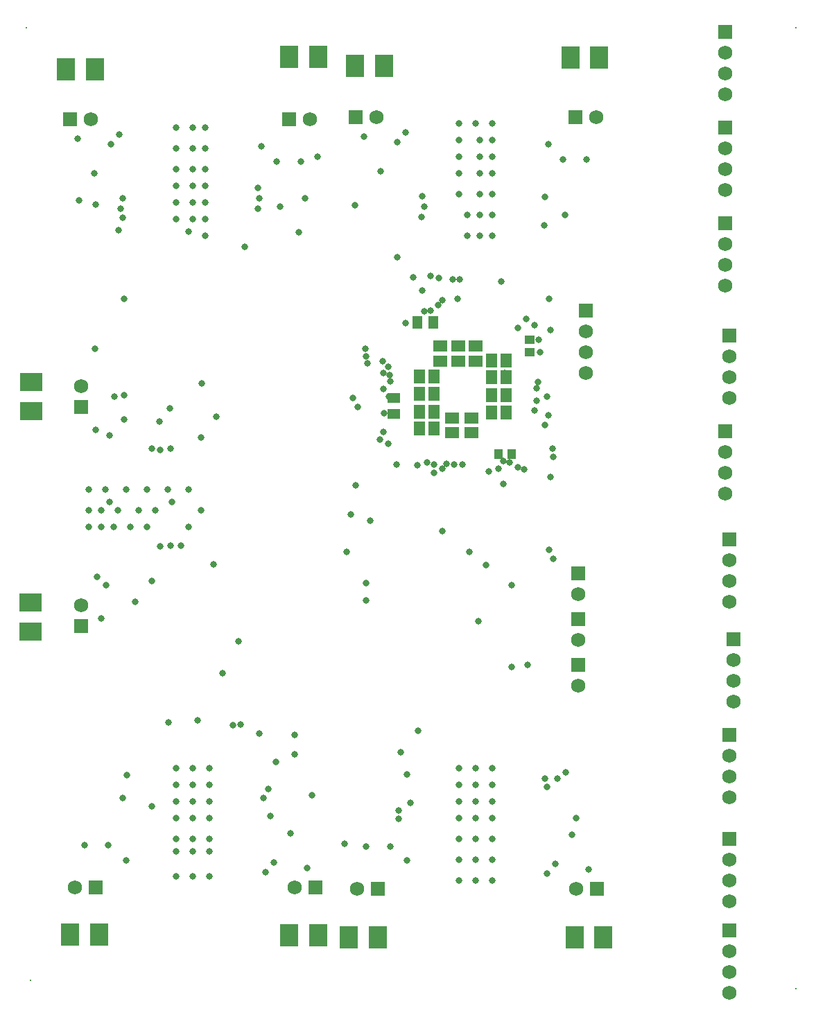
<source format=gbs>
G04 Layer_Color=16711935*
%FSLAX25Y25*%
%MOIN*%
G70*
G01*
G75*
%ADD44R,0.04737X0.04343*%
%ADD49R,0.05328X0.06509*%
%ADD50R,0.04934X0.06312*%
%ADD51R,0.06312X0.04934*%
%ADD52R,0.06509X0.05328*%
%ADD53R,0.04343X0.04737*%
%ADD57R,0.06800X0.06800*%
%ADD58C,0.06800*%
%ADD59R,0.06800X0.06800*%
%ADD60C,0.00800*%
%ADD61C,0.03162*%
%ADD62R,0.10642X0.08674*%
%ADD63R,0.08674X0.10642*%
D44*
X356047Y371740D02*
D03*
Y378039D02*
D03*
D49*
X344634Y342740D02*
D03*
X337547D02*
D03*
X344634Y351240D02*
D03*
X337547D02*
D03*
X344634Y359740D02*
D03*
X337547D02*
D03*
X344634Y367740D02*
D03*
X337547D02*
D03*
X303047Y360240D02*
D03*
X310134D02*
D03*
X303047Y351740D02*
D03*
X310134D02*
D03*
X303047Y343240D02*
D03*
X310134D02*
D03*
X302961Y335240D02*
D03*
X310047D02*
D03*
D50*
X309547Y386240D02*
D03*
X302067D02*
D03*
D51*
X290547Y349740D02*
D03*
Y342260D02*
D03*
D52*
X328047Y333154D02*
D03*
Y340240D02*
D03*
X330047Y374740D02*
D03*
Y367653D02*
D03*
X321547Y374740D02*
D03*
Y367653D02*
D03*
X313047Y374740D02*
D03*
Y367653D02*
D03*
X318547Y333154D02*
D03*
Y340240D02*
D03*
D53*
X341047Y322740D02*
D03*
X347346D02*
D03*
D57*
X452000Y94000D02*
D03*
Y138000D02*
D03*
Y188000D02*
D03*
X454000Y234000D02*
D03*
X452000Y282000D02*
D03*
X450000Y334000D02*
D03*
X452000Y380000D02*
D03*
X450000Y434000D02*
D03*
Y480000D02*
D03*
Y526000D02*
D03*
X379500Y243500D02*
D03*
Y221500D02*
D03*
X383047Y391740D02*
D03*
X140500Y345600D02*
D03*
Y240100D02*
D03*
X379500Y265500D02*
D03*
D58*
X452000Y84000D02*
D03*
Y74000D02*
D03*
Y64000D02*
D03*
Y128000D02*
D03*
Y118000D02*
D03*
Y108000D02*
D03*
Y178000D02*
D03*
Y168000D02*
D03*
Y158000D02*
D03*
X454000Y224000D02*
D03*
Y214000D02*
D03*
Y204000D02*
D03*
X452000Y272000D02*
D03*
Y262000D02*
D03*
Y252000D02*
D03*
X450000Y324000D02*
D03*
Y314000D02*
D03*
Y304000D02*
D03*
X452000Y370000D02*
D03*
Y360000D02*
D03*
Y350000D02*
D03*
X450000Y424000D02*
D03*
Y414000D02*
D03*
Y404000D02*
D03*
Y470000D02*
D03*
Y460000D02*
D03*
Y450000D02*
D03*
Y516000D02*
D03*
Y506000D02*
D03*
Y496000D02*
D03*
X379500Y233500D02*
D03*
Y211500D02*
D03*
X383047Y381740D02*
D03*
Y371740D02*
D03*
Y361740D02*
D03*
X140500Y355600D02*
D03*
Y250100D02*
D03*
X250400Y484000D02*
D03*
X379500Y255500D02*
D03*
X272900Y113850D02*
D03*
X242900Y114500D02*
D03*
X137400D02*
D03*
X378400Y113850D02*
D03*
X282500Y485000D02*
D03*
X388000D02*
D03*
X144900Y484000D02*
D03*
D59*
X240400D02*
D03*
X282900Y113850D02*
D03*
X252900Y114500D02*
D03*
X147400D02*
D03*
X388400Y113850D02*
D03*
X272500Y485000D02*
D03*
X378000D02*
D03*
X134900Y484000D02*
D03*
D60*
X484000Y528000D02*
D03*
Y66000D02*
D03*
X116000Y70000D02*
D03*
X114000Y528000D02*
D03*
D61*
X344000Y362000D02*
D03*
X309906Y317906D02*
D03*
X314000Y316000D02*
D03*
X316095Y318095D02*
D03*
X310000Y314000D02*
D03*
X366000Y312000D02*
D03*
X346500Y318969D02*
D03*
X343500Y319500D02*
D03*
X350500Y316500D02*
D03*
X353500Y315500D02*
D03*
X367500Y321500D02*
D03*
X367000Y325500D02*
D03*
X323802Y317802D02*
D03*
X319833Y317833D02*
D03*
X306546Y318736D02*
D03*
X302000Y317500D02*
D03*
X360500Y377969D02*
D03*
X365000Y341500D02*
D03*
X363500Y337000D02*
D03*
X341000Y316000D02*
D03*
X292000Y318000D02*
D03*
X288000Y328000D02*
D03*
X284000Y330000D02*
D03*
X285633Y333633D02*
D03*
X288000Y365000D02*
D03*
X277500Y370000D02*
D03*
X213500Y192500D02*
D03*
X217000Y193000D02*
D03*
X226000Y188500D02*
D03*
X378500Y148000D02*
D03*
X364500Y121350D02*
D03*
X368500Y125850D02*
D03*
X373500Y170000D02*
D03*
X288596Y361000D02*
D03*
X305500Y391500D02*
D03*
X279500Y291000D02*
D03*
X314000Y286000D02*
D03*
X270000Y294000D02*
D03*
X272500Y308000D02*
D03*
X347500Y260000D02*
D03*
X365500Y277000D02*
D03*
X367500Y272500D02*
D03*
X335000Y269500D02*
D03*
X296500Y386000D02*
D03*
X369500Y167000D02*
D03*
X289000Y358000D02*
D03*
X364500Y163000D02*
D03*
X350500Y383498D02*
D03*
X293000Y147500D02*
D03*
X277500Y252500D02*
D03*
X343500Y308500D02*
D03*
X293000Y151500D02*
D03*
X277500Y261000D02*
D03*
X358500Y343938D02*
D03*
X336500Y314500D02*
D03*
X294000Y179500D02*
D03*
X302500Y190000D02*
D03*
X363500Y167000D02*
D03*
X298600Y155100D02*
D03*
X268000Y276000D02*
D03*
X297000Y169000D02*
D03*
Y127500D02*
D03*
X267000Y135500D02*
D03*
X251500Y159000D02*
D03*
X243000Y188000D02*
D03*
Y178500D02*
D03*
X162500Y168500D02*
D03*
X162000Y127500D02*
D03*
X231500Y149000D02*
D03*
X174500Y262000D02*
D03*
X216000Y233000D02*
D03*
X204000Y270000D02*
D03*
X228000Y157500D02*
D03*
X230500Y162000D02*
D03*
X174500Y153500D02*
D03*
X196500Y195000D02*
D03*
X160500Y157500D02*
D03*
X182500Y194000D02*
D03*
X285634Y354240D02*
D03*
Y361740D02*
D03*
X154000Y332000D02*
D03*
X156500Y350500D02*
D03*
X178000Y338500D02*
D03*
X183000Y345000D02*
D03*
X205500Y341000D02*
D03*
X198000Y331000D02*
D03*
X147500Y334500D02*
D03*
X147000Y373500D02*
D03*
X158500Y430500D02*
D03*
X147500Y443000D02*
D03*
X139500Y445000D02*
D03*
X245000Y429500D02*
D03*
X236000Y442000D02*
D03*
X248000Y446000D02*
D03*
X272000Y442500D02*
D03*
X225500Y451000D02*
D03*
X226000Y446000D02*
D03*
X219000Y422500D02*
D03*
X227000Y471000D02*
D03*
X254000Y466000D02*
D03*
X273500Y345500D02*
D03*
X359500Y348500D02*
D03*
X364500Y350500D02*
D03*
X361000Y371969D02*
D03*
X178500Y278500D02*
D03*
X183500Y279000D02*
D03*
X359500Y354500D02*
D03*
X373000Y438000D02*
D03*
X363000Y433000D02*
D03*
X365000Y472000D02*
D03*
X365500Y397500D02*
D03*
X360000Y357500D02*
D03*
X358500Y385000D02*
D03*
X321500Y397500D02*
D03*
X314000Y397000D02*
D03*
X312000Y394500D02*
D03*
X308500Y392000D02*
D03*
Y408500D02*
D03*
X312500Y407500D02*
D03*
X225500Y441000D02*
D03*
X304500Y401500D02*
D03*
X160500Y436500D02*
D03*
X159500Y441000D02*
D03*
X160500Y446000D02*
D03*
X285500Y367500D02*
D03*
X245900Y463500D02*
D03*
X234400D02*
D03*
X138800Y474500D02*
D03*
X154800Y472000D02*
D03*
X146800Y458000D02*
D03*
X158800Y476500D02*
D03*
X284400Y459000D02*
D03*
X296400Y477500D02*
D03*
X276400Y475500D02*
D03*
X292400Y473000D02*
D03*
X372000Y464500D02*
D03*
X383500D02*
D03*
X376500Y139850D02*
D03*
X384500Y123350D02*
D03*
X288900Y134350D02*
D03*
X277400D02*
D03*
X241000Y140500D02*
D03*
X229000Y122000D02*
D03*
X249000Y124000D02*
D03*
X233000Y126500D02*
D03*
X153400Y135000D02*
D03*
X141900D02*
D03*
X166500Y252000D02*
D03*
X148000Y264000D02*
D03*
X150000Y244000D02*
D03*
X152500Y260000D02*
D03*
X161000Y339600D02*
D03*
Y351100D02*
D03*
X366000Y382469D02*
D03*
X354500Y387968D02*
D03*
X318500Y332968D02*
D03*
X310000Y334968D02*
D03*
X344500Y368468D02*
D03*
X338000Y367469D02*
D03*
X271000Y349969D02*
D03*
X286000Y342469D02*
D03*
X288500Y350468D02*
D03*
X331500Y242500D02*
D03*
X355000Y221500D02*
D03*
X347500Y220500D02*
D03*
X327000Y276000D02*
D03*
X342500Y406000D02*
D03*
X363500Y446500D02*
D03*
X305500Y442000D02*
D03*
X304500Y447000D02*
D03*
X304000Y437000D02*
D03*
X277000Y373500D02*
D03*
X178500Y325000D02*
D03*
X278000Y366500D02*
D03*
X183500Y325500D02*
D03*
X322500Y407000D02*
D03*
X319000D02*
D03*
X300000Y408000D02*
D03*
X292500Y417500D02*
D03*
X174500Y325500D02*
D03*
X198500Y357000D02*
D03*
X188500Y279000D02*
D03*
X208500Y217500D02*
D03*
X234000Y175000D02*
D03*
X161000Y397500D02*
D03*
X269500Y92000D02*
D03*
X283000Y90500D02*
D03*
X186000Y480000D02*
D03*
X200000D02*
D03*
Y470000D02*
D03*
Y444000D02*
D03*
Y436000D02*
D03*
Y428000D02*
D03*
X186000Y460000D02*
D03*
Y444000D02*
D03*
Y436000D02*
D03*
X194000D02*
D03*
X192000Y430000D02*
D03*
X194000Y444000D02*
D03*
Y460000D02*
D03*
X186000Y470000D02*
D03*
X194000D02*
D03*
Y480000D02*
D03*
X200000Y460000D02*
D03*
Y452000D02*
D03*
X194000D02*
D03*
X186000D02*
D03*
X322000Y482000D02*
D03*
X330000D02*
D03*
X338000D02*
D03*
Y474000D02*
D03*
Y466000D02*
D03*
Y458000D02*
D03*
Y448000D02*
D03*
Y438000D02*
D03*
Y428000D02*
D03*
X332000D02*
D03*
Y438000D02*
D03*
Y448000D02*
D03*
Y458000D02*
D03*
Y466000D02*
D03*
Y474000D02*
D03*
X322000D02*
D03*
Y466000D02*
D03*
Y458000D02*
D03*
Y448000D02*
D03*
X326000Y438000D02*
D03*
Y428000D02*
D03*
X322000Y172000D02*
D03*
X330000D02*
D03*
X338000D02*
D03*
Y164000D02*
D03*
X330000D02*
D03*
X322000D02*
D03*
Y156000D02*
D03*
X330000D02*
D03*
X338000D02*
D03*
Y148000D02*
D03*
X330000D02*
D03*
X322000D02*
D03*
Y138000D02*
D03*
X330000D02*
D03*
X338000D02*
D03*
Y128000D02*
D03*
X330000D02*
D03*
X322000D02*
D03*
Y118000D02*
D03*
X330000D02*
D03*
X338000D02*
D03*
X186000Y172000D02*
D03*
X194000D02*
D03*
X202000D02*
D03*
Y164000D02*
D03*
Y156000D02*
D03*
Y148000D02*
D03*
Y120000D02*
D03*
X186000Y164000D02*
D03*
Y156000D02*
D03*
Y148000D02*
D03*
Y138000D02*
D03*
X202000D02*
D03*
X194000Y164000D02*
D03*
Y156000D02*
D03*
Y148000D02*
D03*
Y138000D02*
D03*
X186000Y120000D02*
D03*
X194000D02*
D03*
X186000Y132000D02*
D03*
X194000D02*
D03*
X202000D02*
D03*
X144000Y306000D02*
D03*
X152000D02*
D03*
X162000D02*
D03*
X172000D02*
D03*
X182000D02*
D03*
X192000D02*
D03*
X198000Y296000D02*
D03*
X192000Y288000D02*
D03*
X172000D02*
D03*
X164000D02*
D03*
X156000D02*
D03*
X150000D02*
D03*
X144000D02*
D03*
Y296000D02*
D03*
X150000D02*
D03*
X158000D02*
D03*
X168000D02*
D03*
X176000D02*
D03*
X184000Y300000D02*
D03*
X154000D02*
D03*
D62*
X116500Y343524D02*
D03*
Y357500D02*
D03*
X116000Y237524D02*
D03*
Y251500D02*
D03*
D63*
X240500Y514000D02*
D03*
X254476D02*
D03*
X375524Y513500D02*
D03*
X389500D02*
D03*
X272024Y509500D02*
D03*
X286000D02*
D03*
X132945Y508000D02*
D03*
X146921D02*
D03*
X391500Y90500D02*
D03*
X377524D02*
D03*
X283055D02*
D03*
X269079D02*
D03*
X149000Y92000D02*
D03*
X135024D02*
D03*
X254476Y91500D02*
D03*
X240500D02*
D03*
M02*

</source>
